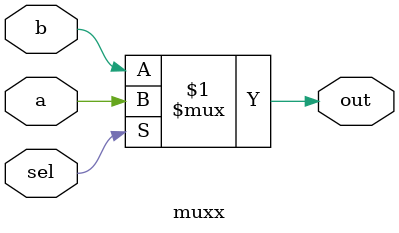
<source format=v>
module muxx
	(
	input a,b,sel,
	output out
	);
	assign out=sel ? a : b;
	endmodule
	
</source>
